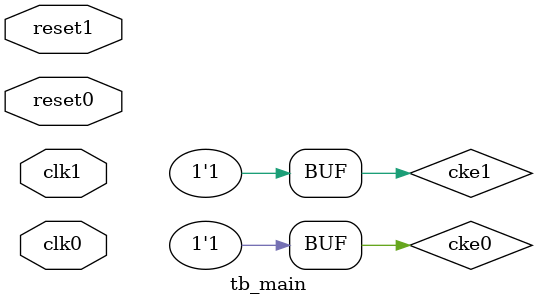
<source format=sv>

`timescale 1ns / 1ps
`default_nettype none


module tb_main
        (
            input   var logic   reset0  ,
            input   var logic   clk0    ,
            input   var logic   reset1  ,
            input   var logic   clk1
        );
    

    // ---------------------------------
    //  DUT
    // ---------------------------------

    logic   cke0 = 1'b1;
    logic   cke1 = 1'b1;

    logic   src_pulse;
    logic   pulse0;
    jelly3_pulse_async
            #(
                .ASYNC      (1          ),
                .SYNC_FF    (2          )
            )
        u_pulse_async_0
            (
                .s_reset    (reset0     ),
                .s_clk      (clk0       ),
                .s_cke      (cke0       ),
                .s_pulse    (src_pulse  ),
                
                .m_reset    (reset1     ),
                .m_clk      (clk1       ),
                .m_cke      (cke1       ),
                .m_pulse    (pulse0     )
            );

    logic   pulse1;
    jelly3_pulse_async
            #(
                .ASYNC      (1          ),
                .SYNC_FF    (3          )
            )
        u_pulse_async_1
            (
                .s_reset    (reset1     ),
                .s_clk      (clk1       ),
                .s_cke      (cke1       ),
                .s_pulse    (pulse0     ),
                
                .m_reset    (reset0     ),
                .m_clk      (clk0       ),
                .m_cke      (cke0       ),
                .m_pulse    (pulse1     )
            );

    logic   pulse2;
    jelly3_pulse_async
            #(
                .ASYNC      (0          ),
                .SYNC_FF    (3          )
            )
        u_pulse_async_2
            (
                .s_reset    (reset1     ),
                .s_clk      (clk1       ),
                .s_cke      (cke1       ),
                .s_pulse    (pulse1     ),
                
                .m_reset    (reset1     ),
                .m_clk      (clk1       ),
                .m_cke      (cke1       ),
                .m_pulse    (pulse2     )
            );


    // test
    int count;
    always_ff @(posedge clk0) begin
        if ( reset0 ) begin
            count     <= 0;
            src_pulse <= 1'b0;
        end
        else if ( cke0 ) begin
            count     <= count + 1;
            src_pulse <= count % 13 == 0;
        end
    end

    
endmodule


`default_nettype wire


// end of file

</source>
